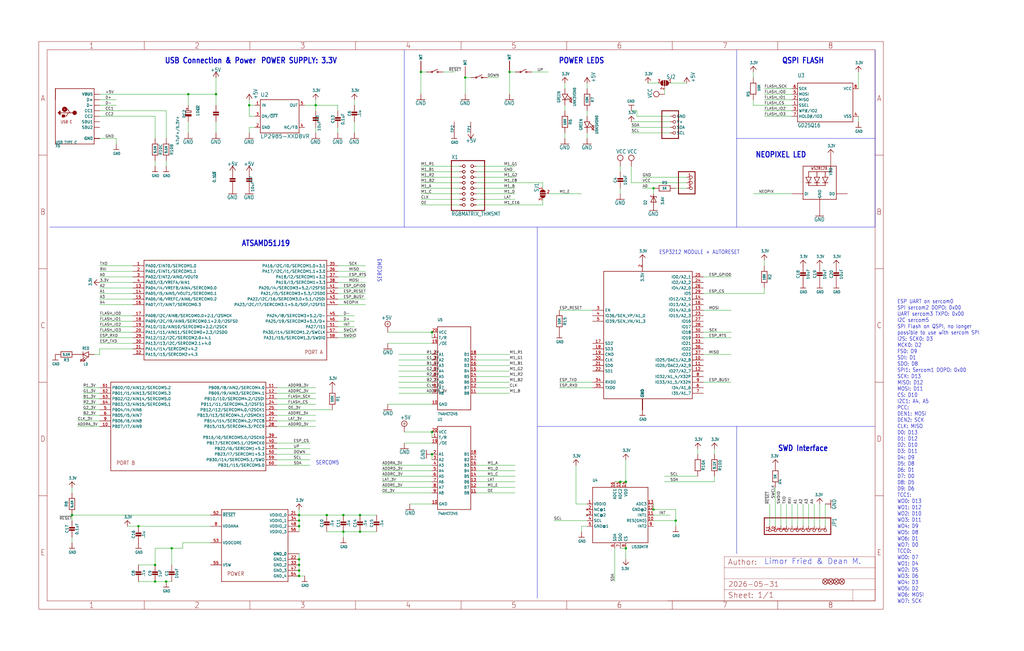
<source format=kicad_sch>
(kicad_sch (version 20230121) (generator eeschema)
  (paper "User" 469.621 298.602)
  (junction (at 233.68 33.02))
  (junction (at 78.74 251.46))
  (junction (at 299.72 233.68))
  (junction (at 149.86 236.22))
  (junction (at 71.12 259.08))
  (junction (at 165.1 243.84))
  (junction (at 193.04 33.02))
  (junction (at 33.02 236.22))
  (junction (at 137.16 259.08))
  (junction (at 137.16 264.16))
  (junction (at 137.16 236.22))
  (junction (at 198.12 208.28))
  (junction (at 86.36 43.18))
  (junction (at 99.06 43.18))
  (junction (at 299.72 86.36))
  (junction (at 137.16 238.76))
  (junction (at 144.78 48.26))
  (junction (at 198.12 152.4))
  (junction (at 287.02 220.98))
  (junction (at 287.02 251.46))
  (junction (at 76.2 266.7))
  (junction (at 157.48 236.22))
  (junction (at 165.1 236.22))
  (junction (at 157.48 243.84))
  (junction (at 114.3 48.26))
  (junction (at 284.48 220.98))
  (junction (at 309.88 238.76))
  (junction (at 137.16 261.62))
  (junction (at 71.12 266.7))
  (junction (at 137.16 256.54))
  (junction (at 213.36 35.56))
  (junction (at 137.16 241.3))
  (junction (at 63.5 241.3))
  (junction (at 198.12 198.12))
  (wire (pts (xy 363.22 241.3) (xy 363.22 231.14)) (stroke (width 0.1524)))
  (wire (pts (xy 259.08 60.96) (xy 259.08 63.5)) (stroke (width 0.1524)))
  (wire (pts (xy 76.2 50.8) (xy 76.2 63.5)) (stroke (width 0.1524)))
  (polyline (pts (xy 246.38 274.32) (xy 246.38 195.58)) (stroke (width 0.1524) (type solid)))
  (wire (pts (xy 45.72 43.18) (xy 86.36 43.18)) (stroke (width 0.1524)))
  (wire (pts (xy 127 190.5) (xy 144.78 190.5)) (stroke (width 0.1524)))
  (wire (pts (xy 154.94 149.86) (xy 162.56 149.86)) (stroke (width 0.1524)))
  (wire (pts (xy 218.44 88.9) (xy 236.22 88.9)) (stroke (width 0.1524)))
  (wire (pts (xy 60.96 137.16) (xy 45.72 137.16)) (stroke (width 0.1524)))
  (wire (pts (xy 137.16 236.22) (xy 149.86 236.22)) (stroke (width 0.1524)))
  (wire (pts (xy 320.04 208.28) (xy 320.04 205.74)) (stroke (width 0.1524)))
  (wire (pts (xy 154.94 132.08) (xy 167.64 132.08)) (stroke (width 0.1524)))
  (wire (pts (xy 307.34 53.34) (xy 292.1 53.34)) (stroke (width 0.1524)))
  (wire (pts (xy 299.72 238.76) (xy 309.88 238.76)) (stroke (width 0.1524)))
  (wire (pts (xy 213.36 35.56) (xy 213.36 43.18)) (stroke (width 0.1524)))
  (wire (pts (xy 60.96 154.94) (xy 45.72 154.94)) (stroke (width 0.1524)))
  (wire (pts (xy 43.18 162.56) (xy 45.72 162.56)) (stroke (width 0.1524)))
  (wire (pts (xy 198.12 170.18) (xy 182.88 170.18)) (stroke (width 0.1524)))
  (wire (pts (xy 71.12 266.7) (xy 76.2 266.7)) (stroke (width 0.1524)))
  (wire (pts (xy 373.38 241.3) (xy 373.38 231.14)) (stroke (width 0.1524)))
  (wire (pts (xy 96.52 236.22) (xy 33.02 236.22)) (stroke (width 0.1524)))
  (wire (pts (xy 45.72 50.8) (xy 76.2 50.8)) (stroke (width 0.1524)))
  (wire (pts (xy 218.44 83.82) (xy 248.92 83.82)) (stroke (width 0.1524)))
  (wire (pts (xy 218.44 223.52) (xy 236.22 223.52)) (stroke (width 0.1524)))
  (wire (pts (xy 149.86 236.22) (xy 157.48 236.22)) (stroke (width 0.1524)))
  (wire (pts (xy 154.94 152.4) (xy 162.56 152.4)) (stroke (width 0.1524)))
  (wire (pts (xy 45.72 190.5) (xy 38.1 190.5)) (stroke (width 0.1524)))
  (wire (pts (xy 198.12 177.8) (xy 182.88 177.8)) (stroke (width 0.1524)))
  (wire (pts (xy 71.12 73.66) (xy 71.12 76.2)) (stroke (width 0.1524)))
  (wire (pts (xy 215.9 35.56) (xy 213.36 35.56)) (stroke (width 0.1524)))
  (wire (pts (xy 60.96 134.62) (xy 45.72 134.62)) (stroke (width 0.1524)))
  (wire (pts (xy 289.56 55.88) (xy 307.34 55.88)) (stroke (width 0.1524)))
  (wire (pts (xy 71.12 266.7) (xy 63.5 266.7)) (stroke (width 0.1524)))
  (wire (pts (xy 236.22 76.2) (xy 218.44 76.2)) (stroke (width 0.1524)))
  (wire (pts (xy 368.3 241.3) (xy 368.3 231.14)) (stroke (width 0.1524)))
  (wire (pts (xy 271.78 175.26) (xy 256.54 175.26)) (stroke (width 0.1524)))
  (wire (pts (xy 198.12 226.06) (xy 175.26 226.06)) (stroke (width 0.1524)))
  (wire (pts (xy 182.88 175.26) (xy 198.12 175.26)) (stroke (width 0.1524)))
  (wire (pts (xy 299.72 88.9) (xy 299.72 86.36)) (stroke (width 0.1524)))
  (wire (pts (xy 127 187.96) (xy 152.4 187.96)) (stroke (width 0.1524)))
  (wire (pts (xy 198.12 180.34) (xy 182.88 180.34)) (stroke (width 0.1524)))
  (wire (pts (xy 259.08 38.1) (xy 259.08 40.64)) (stroke (width 0.1524)))
  (wire (pts (xy 154.94 137.16) (xy 167.64 137.16)) (stroke (width 0.1524)))
  (wire (pts (xy 345.44 35.56) (xy 345.44 33.02)) (stroke (width 0.1524)))
  (wire (pts (xy 264.16 231.14) (xy 264.16 213.36)) (stroke (width 0.1524)))
  (wire (pts (xy 45.72 180.34) (xy 38.1 180.34)) (stroke (width 0.1524)))
  (wire (pts (xy 363.22 53.34) (xy 350.52 53.34)) (stroke (width 0.1524)))
  (wire (pts (xy 154.94 124.46) (xy 167.64 124.46)) (stroke (width 0.1524)))
  (wire (pts (xy 127 210.82) (xy 142.24 210.82)) (stroke (width 0.1524)))
  (wire (pts (xy 233.68 165.1) (xy 218.44 165.1)) (stroke (width 0.1524)))
  (wire (pts (xy 269.24 238.76) (xy 254 238.76)) (stroke (width 0.1524)))
  (wire (pts (xy 157.48 243.84) (xy 165.1 243.84)) (stroke (width 0.1524)))
  (wire (pts (xy 363.22 40.64) (xy 350.52 40.64)) (stroke (width 0.1524)))
  (wire (pts (xy 198.12 208.28) (xy 198.12 210.82)) (stroke (width 0.1524)))
  (wire (pts (xy 78.74 266.7) (xy 76.2 266.7)) (stroke (width 0.1524)))
  (wire (pts (xy 355.6 223.52) (xy 355.6 241.3)) (stroke (width 0.1524)))
  (wire (pts (xy 127 205.74) (xy 142.24 205.74)) (stroke (width 0.1524)))
  (wire (pts (xy 269.24 231.14) (xy 264.16 231.14)) (stroke (width 0.1524)))
  (wire (pts (xy 198.12 167.64) (xy 182.88 167.64)) (stroke (width 0.1524)))
  (wire (pts (xy 114.3 58.42) (xy 114.3 60.96)) (stroke (width 0.1524)))
  (wire (pts (xy 360.68 231.14) (xy 360.68 241.3)) (stroke (width 0.1524)))
  (polyline (pts (xy 22.86 104.14) (xy 185.42 104.14)) (stroke (width 0.1524) (type solid)))
  (wire (pts (xy 193.04 33.02) (xy 195.58 33.02)) (stroke (width 0.1524)))
  (wire (pts (xy 198.12 213.36) (xy 175.26 213.36)) (stroke (width 0.1524)))
  (wire (pts (xy 322.58 127) (xy 335.28 127)) (stroke (width 0.1524)))
  (wire (pts (xy 33.02 248.92) (xy 33.02 246.38)) (stroke (width 0.1524)))
  (wire (pts (xy 210.82 76.2) (xy 193.04 76.2)) (stroke (width 0.1524)))
  (wire (pts (xy 363.22 88.9) (xy 345.44 88.9)) (stroke (width 0.1524)))
  (wire (pts (xy 60.96 147.32) (xy 45.72 147.32)) (stroke (width 0.1524)))
  (wire (pts (xy 299.72 233.68) (xy 309.88 233.68)) (stroke (width 0.1524)))
  (wire (pts (xy 375.92 241.3) (xy 375.92 231.14)) (stroke (width 0.1524)))
  (wire (pts (xy 45.72 187.96) (xy 38.1 187.96)) (stroke (width 0.1524)))
  (wire (pts (xy 33.02 223.52) (xy 33.02 226.06)) (stroke (width 0.1524)))
  (wire (pts (xy 218.44 218.44) (xy 236.22 218.44)) (stroke (width 0.1524)))
  (wire (pts (xy 193.04 93.98) (xy 210.82 93.98)) (stroke (width 0.1524)))
  (wire (pts (xy 327.66 220.98) (xy 327.66 218.44)) (stroke (width 0.1524)))
  (wire (pts (xy 345.44 48.26) (xy 363.22 48.26)) (stroke (width 0.1524)))
  (wire (pts (xy 114.3 48.26) (xy 116.84 48.26)) (stroke (width 0.1524)))
  (wire (pts (xy 127 182.88) (xy 144.78 182.88)) (stroke (width 0.1524)))
  (wire (pts (xy 116.84 53.34) (xy 114.3 53.34)) (stroke (width 0.1524)))
  (wire (pts (xy 78.74 251.46) (xy 71.12 251.46)) (stroke (width 0.1524)))
  (wire (pts (xy 322.58 142.24) (xy 335.28 142.24)) (stroke (width 0.1524)))
  (wire (pts (xy 236.22 86.36) (xy 218.44 86.36)) (stroke (width 0.1524)))
  (wire (pts (xy 99.06 43.18) (xy 99.06 48.26)) (stroke (width 0.1524)))
  (wire (pts (xy 83.82 248.92) (xy 83.82 251.46)) (stroke (width 0.1524)))
  (wire (pts (xy 284.48 78.74) (xy 284.48 76.2)) (stroke (width 0.1524)))
  (wire (pts (xy 233.68 170.18) (xy 218.44 170.18)) (stroke (width 0.1524)))
  (wire (pts (xy 322.58 154.94) (xy 335.28 154.94)) (stroke (width 0.1524)))
  (wire (pts (xy 177.8 185.42) (xy 198.12 185.42)) (stroke (width 0.1524)))
  (wire (pts (xy 289.56 83.82) (xy 289.56 76.2)) (stroke (width 0.1524)))
  (wire (pts (xy 233.68 167.64) (xy 218.44 167.64)) (stroke (width 0.1524)))
  (wire (pts (xy 193.04 33.02) (xy 193.04 43.18)) (stroke (width 0.1524)))
  (wire (pts (xy 63.5 241.3) (xy 96.52 241.3)) (stroke (width 0.1524)))
  (wire (pts (xy 139.7 264.16) (xy 137.16 264.16)) (stroke (width 0.1524)))
  (wire (pts (xy 256.54 177.8) (xy 271.78 177.8)) (stroke (width 0.1524)))
  (wire (pts (xy 218.44 226.06) (xy 236.22 226.06)) (stroke (width 0.1524)))
  (wire (pts (xy 86.36 43.18) (xy 86.36 48.26)) (stroke (width 0.1524)))
  (wire (pts (xy 71.12 53.34) (xy 71.12 63.5)) (stroke (width 0.1524)))
  (wire (pts (xy 393.7 33.02) (xy 393.7 40.64)) (stroke (width 0.1524)))
  (wire (pts (xy 154.94 144.78) (xy 162.56 144.78)) (stroke (width 0.1524)))
  (wire (pts (xy 281.94 220.98) (xy 284.48 220.98)) (stroke (width 0.1524)))
  (wire (pts (xy 137.16 261.62) (xy 137.16 264.16)) (stroke (width 0.1524)))
  (wire (pts (xy 198.12 154.94) (xy 198.12 152.4)) (stroke (width 0.1524)))
  (wire (pts (xy 299.72 231.14) (xy 299.72 233.68)) (stroke (width 0.1524)))
  (wire (pts (xy 218.44 162.56) (xy 233.68 162.56)) (stroke (width 0.1524)))
  (wire (pts (xy 307.34 38.1) (xy 314.96 38.1)) (stroke (width 0.1524)))
  (wire (pts (xy 287.02 251.46) (xy 287.02 256.54)) (stroke (width 0.1524)))
  (polyline (pts (xy 337.82 63.5) (xy 401.32 63.5)) (stroke (width 0.1524) (type solid)))
  (wire (pts (xy 45.72 45.72) (xy 53.34 45.72)) (stroke (width 0.1524)))
  (wire (pts (xy 177.8 157.48) (xy 198.12 157.48)) (stroke (width 0.1524)))
  (wire (pts (xy 154.94 127) (xy 167.64 127)) (stroke (width 0.1524)))
  (polyline (pts (xy 401.32 63.5) (xy 401.32 104.14)) (stroke (width 0.1524) (type solid)))
  (wire (pts (xy 350.52 43.18) (xy 363.22 43.18)) (stroke (width 0.1524)))
  (wire (pts (xy 45.72 160.02) (xy 45.72 162.56)) (stroke (width 0.1524)))
  (wire (pts (xy 137.16 259.08) (xy 137.16 261.62)) (stroke (width 0.1524)))
  (polyline (pts (xy 337.82 22.86) (xy 337.82 63.5)) (stroke (width 0.1524) (type solid)))
  (wire (pts (xy 127 203.2) (xy 142.24 203.2)) (stroke (width 0.1524)))
  (wire (pts (xy 327.66 205.74) (xy 327.66 208.28)) (stroke (width 0.1524)))
  (wire (pts (xy 127 195.58) (xy 144.78 195.58)) (stroke (width 0.1524)))
  (wire (pts (xy 45.72 193.04) (xy 35.56 193.04)) (stroke (width 0.1524)))
  (wire (pts (xy 210.82 91.44) (xy 193.04 91.44)) (stroke (width 0.1524)))
  (wire (pts (xy 45.72 157.48) (xy 60.96 157.48)) (stroke (width 0.1524)))
  (polyline (pts (xy 337.82 195.58) (xy 337.82 254)) (stroke (width 0.1524) (type solid)))
  (wire (pts (xy 154.94 58.42) (xy 154.94 60.96)) (stroke (width 0.1524)))
  (wire (pts (xy 218.44 172.72) (xy 233.68 172.72)) (stroke (width 0.1524)))
  (wire (pts (xy 248.92 83.82) (xy 248.92 86.36)) (stroke (width 0.1524)))
  (wire (pts (xy 314.96 81.28) (xy 294.64 81.28)) (stroke (width 0.1524)))
  (wire (pts (xy 60.96 124.46) (xy 45.72 124.46)) (stroke (width 0.1524)))
  (wire (pts (xy 175.26 220.98) (xy 198.12 220.98)) (stroke (width 0.1524)))
  (wire (pts (xy 350.52 121.92) (xy 350.52 119.38)) (stroke (width 0.1524)))
  (wire (pts (xy 162.56 55.88) (xy 162.56 60.96)) (stroke (width 0.1524)))
  (wire (pts (xy 127 213.36) (xy 142.24 213.36)) (stroke (width 0.1524)))
  (polyline (pts (xy 246.38 195.58) (xy 246.38 104.14)) (stroke (width 0.1524) (type solid)))
  (wire (pts (xy 198.12 162.56) (xy 182.88 162.56)) (stroke (width 0.1524)))
  (polyline (pts (xy 401.32 22.86) (xy 401.32 63.5)) (stroke (width 0.1524) (type solid)))
  (wire (pts (xy 154.94 129.54) (xy 167.64 129.54)) (stroke (width 0.1524)))
  (wire (pts (xy 223.52 35.56) (xy 228.6 35.56)) (stroke (width 0.1524)))
  (wire (pts (xy 307.34 58.42) (xy 289.56 58.42)) (stroke (width 0.1524)))
  (wire (pts (xy 236.22 220.98) (xy 218.44 220.98)) (stroke (width 0.1524)))
  (wire (pts (xy 175.26 218.44) (xy 198.12 218.44)) (stroke (width 0.1524)))
  (wire (pts (xy 233.68 180.34) (xy 218.44 180.34)) (stroke (width 0.1524)))
  (wire (pts (xy 162.56 48.26) (xy 162.56 45.72)) (stroke (width 0.1524)))
  (wire (pts (xy 299.72 86.36) (xy 294.64 86.36)) (stroke (width 0.1524)))
  (wire (pts (xy 198.12 223.52) (xy 175.26 223.52)) (stroke (width 0.1524)))
  (wire (pts (xy 203.2 33.02) (xy 208.28 33.02)) (stroke (width 0.1524)))
  (wire (pts (xy 259.08 50.8) (xy 259.08 48.26)) (stroke (width 0.1524)))
  (wire (pts (xy 304.8 218.44) (xy 320.04 218.44)) (stroke (width 0.1524)))
  (wire (pts (xy 193.04 83.82) (xy 210.82 83.82)) (stroke (width 0.1524)))
  (wire (pts (xy 137.16 243.84) (xy 137.16 241.3)) (stroke (width 0.1524)))
  (wire (pts (xy 60.96 152.4) (xy 45.72 152.4)) (stroke (width 0.1524)))
  (polyline (pts (xy 337.82 63.5) (xy 337.82 104.14)) (stroke (width 0.1524) (type solid)))
  (wire (pts (xy 127 180.34) (xy 144.78 180.34)) (stroke (width 0.1524)))
  (polyline (pts (xy 401.32 195.58) (xy 337.82 195.58)) (stroke (width 0.1524) (type solid)))
  (wire (pts (xy 322.58 134.62) (xy 350.52 134.62)) (stroke (width 0.1524)))
  (wire (pts (xy 370.84 241.3) (xy 370.84 231.14)) (stroke (width 0.1524)))
  (wire (pts (xy 233.68 33.02) (xy 233.68 43.18)) (stroke (width 0.1524)))
  (wire (pts (xy 86.36 55.88) (xy 86.36 60.96)) (stroke (width 0.1524)))
  (polyline (pts (xy 246.38 104.14) (xy 185.42 104.14)) (stroke (width 0.1524) (type solid)))
  (wire (pts (xy 157.48 246.38) (xy 157.48 243.84)) (stroke (width 0.1524)))
  (wire (pts (xy 236.22 33.02) (xy 233.68 33.02)) (stroke (width 0.1524)))
  (wire (pts (xy 137.16 236.22) (xy 137.16 238.76)) (stroke (width 0.1524)))
  (wire (pts (xy 86.36 43.18) (xy 99.06 43.18)) (stroke (width 0.1524)))
  (wire (pts (xy 45.72 177.8) (xy 38.1 177.8)) (stroke (width 0.1524)))
  (wire (pts (xy 322.58 162.56) (xy 335.28 162.56)) (stroke (width 0.1524)))
  (wire (pts (xy 248.92 91.44) (xy 248.92 93.98)) (stroke (width 0.1524)))
  (wire (pts (xy 45.72 121.92) (xy 60.96 121.92)) (stroke (width 0.1524)))
  (wire (pts (xy 322.58 175.26) (xy 335.28 175.26)) (stroke (width 0.1524)))
  (wire (pts (xy 193.04 78.74) (xy 210.82 78.74)) (stroke (width 0.1524)))
  (wire (pts (xy 314.96 86.36) (xy 309.88 86.36)) (stroke (width 0.1524)))
  (wire (pts (xy 58.42 241.3) (xy 63.5 241.3)) (stroke (width 0.1524)))
  (wire (pts (xy 137.16 254) (xy 137.16 256.54)) (stroke (width 0.1524)))
  (wire (pts (xy 60.96 127) (xy 45.72 127)) (stroke (width 0.1524)))
  (wire (pts (xy 309.88 238.76) (xy 309.88 241.3)) (stroke (width 0.1524)))
  (wire (pts (xy 289.56 60.96) (xy 307.34 60.96)) (stroke (width 0.1524)))
  (wire (pts (xy 251.46 88.9) (xy 266.7 88.9)) (stroke (width 0.1524)))
  (wire (pts (xy 284.48 220.98) (xy 287.02 220.98)) (stroke (width 0.1524)))
  (wire (pts (xy 185.42 198.12) (xy 198.12 198.12)) (stroke (width 0.1524)))
  (wire (pts (xy 127 177.8) (xy 144.78 177.8)) (stroke (width 0.1524)))
  (wire (pts (xy 353.06 241.3) (xy 353.06 231.14)) (stroke (width 0.1524)))
  (wire (pts (xy 187.96 231.14) (xy 198.12 231.14)) (stroke (width 0.1524)))
  (wire (pts (xy 271.78 142.24) (xy 256.54 142.24)) (stroke (width 0.1524)))
  (wire (pts (xy 71.12 251.46) (xy 71.12 259.08)) (stroke (width 0.1524)))
  (wire (pts (xy 378.46 241.3) (xy 378.46 231.14)) (stroke (width 0.1524)))
  (wire (pts (xy 287.02 220.98) (xy 287.02 210.82)) (stroke (width 0.1524)))
  (wire (pts (xy 53.34 63.5) (xy 53.34 66.04)) (stroke (width 0.1524)))
  (wire (pts (xy 154.94 139.7) (xy 167.64 139.7)) (stroke (width 0.1524)))
  (wire (pts (xy 139.7 48.26) (xy 144.78 48.26)) (stroke (width 0.1524)))
  (wire (pts (xy 236.22 81.28) (xy 218.44 81.28)) (stroke (width 0.1524)))
  (wire (pts (xy 363.22 50.8) (xy 350.52 50.8)) (stroke (width 0.1524)))
  (wire (pts (xy 177.8 152.4) (xy 198.12 152.4)) (stroke (width 0.1524)))
  (wire (pts (xy 114.3 53.34) (xy 114.3 48.26)) (stroke (width 0.1524)))
  (wire (pts (xy 154.94 147.32) (xy 162.56 147.32)) (stroke (width 0.1524)))
  (wire (pts (xy 243.84 33.02) (xy 251.46 33.02)) (stroke (width 0.1524)))
  (wire (pts (xy 218.44 93.98) (xy 248.92 93.98)) (stroke (width 0.1524)))
  (wire (pts (xy 292.1 50.8) (xy 289.56 50.8)) (stroke (width 0.1524)))
  (wire (pts (xy 299.72 236.22) (xy 307.34 236.22)) (stroke (width 0.1524)))
  (wire (pts (xy 269.24 63.5) (xy 269.24 60.96)) (stroke (width 0.1524)))
  (wire (pts (xy 281.94 251.46) (xy 281.94 266.7)) (stroke (width 0.1524)))
  (wire (pts (xy 284.48 88.9) (xy 284.48 86.36)) (stroke (width 0.1524)))
  (wire (pts (xy 33.02 238.76) (xy 33.02 236.22)) (stroke (width 0.1524)))
  (wire (pts (xy 345.44 45.72) (xy 345.44 48.26)) (stroke (width 0.1524)))
  (wire (pts (xy 149.86 243.84) (xy 157.48 243.84)) (stroke (width 0.1524)))
  (polyline (pts (xy 337.82 104.14) (xy 246.38 104.14)) (stroke (width 0.1524) (type solid)))
  (wire (pts (xy 182.88 165.1) (xy 198.12 165.1)) (stroke (width 0.1524)))
  (wire (pts (xy 137.16 233.68) (xy 137.16 236.22)) (stroke (width 0.1524)))
  (wire (pts (xy 53.34 63.5) (xy 45.72 63.5)) (stroke (width 0.1524)))
  (wire (pts (xy 99.06 43.18) (xy 99.06 35.56)) (stroke (width 0.1524)))
  (wire (pts (xy 269.24 40.64) (xy 269.24 38.1)) (stroke (width 0.1524)))
  (wire (pts (xy 210.82 81.28) (xy 193.04 81.28)) (stroke (width 0.1524)))
  (wire (pts (xy 45.72 195.58) (xy 35.56 195.58)) (stroke (width 0.1524)))
  (wire (pts (xy 60.96 129.54) (xy 45.72 129.54)) (stroke (width 0.1524)))
  (wire (pts (xy 304.8 43.18) (xy 304.8 40.64)) (stroke (width 0.1524)))
  (wire (pts (xy 172.72 236.22) (xy 165.1 236.22)) (stroke (width 0.1524)))
  (wire (pts (xy 165.1 243.84) (xy 172.72 243.84)) (stroke (width 0.1524)))
  (wire (pts (xy 127 185.42) (xy 144.78 185.42)) (stroke (width 0.1524)))
  (wire (pts (xy 144.78 45.72) (xy 144.78 48.26)) (stroke (width 0.1524)))
  (wire (pts (xy 60.96 149.86) (xy 45.72 149.86)) (stroke (width 0.1524)))
  (wire (pts (xy 218.44 78.74) (xy 236.22 78.74)) (stroke (width 0.1524)))
  (wire (pts (xy 365.76 241.3) (xy 365.76 231.14)) (stroke (width 0.1524)))
  (wire (pts (xy 193.04 88.9) (xy 210.82 88.9)) (stroke (width 0.1524)))
  (wire (pts (xy 236.22 91.44) (xy 218.44 91.44)) (stroke (width 0.1524)))
  (wire (pts (xy 144.78 58.42) (xy 144.78 60.96)) (stroke (width 0.1524)))
  (wire (pts (xy 292.1 53.34) (xy 292.1 50.8)) (stroke (width 0.1524)))
  (polyline (pts (xy 337.82 104.14) (xy 401.32 104.14)) (stroke (width 0.1524) (type solid)))
  (wire (pts (xy 198.12 215.9) (xy 175.26 215.9)) (stroke (width 0.1524)))
  (wire (pts (xy 45.72 182.88) (xy 38.1 182.88)) (stroke (width 0.1524)))
  (wire (pts (xy 127 193.04) (xy 144.78 193.04)) (stroke (width 0.1524)))
  (wire (pts (xy 76.2 76.2) (xy 76.2 73.66)) (stroke (width 0.1524)))
  (polyline (pts (xy 337.82 195.58) (xy 246.38 195.58)) (stroke (width 0.1524) (type solid)))
  (wire (pts (xy 137.16 241.3) (xy 137.16 238.76)) (stroke (width 0.1524)))
  (wire (pts (xy 393.7 55.88) (xy 393.7 53.34)) (stroke (width 0.1524)))
  (wire (pts (xy 144.78 48.26) (xy 154.94 48.26)) (stroke (width 0.1524)))
  (wire (pts (xy 218.44 177.8) (xy 233.68 177.8)) (stroke (width 0.1524)))
  (wire (pts (xy 304.8 220.98) (xy 327.66 220.98)) (stroke (width 0.1524)))
  (wire (pts (xy 60.96 160.02) (xy 45.72 160.02)) (stroke (width 0.1524)))
  (wire (pts (xy 210.82 86.36) (xy 193.04 86.36)) (stroke (width 0.1524)))
  (wire (pts (xy 322.58 152.4) (xy 335.28 152.4)) (stroke (width 0.1524)))
  (wire (pts (xy 144.78 48.26) (xy 144.78 50.8)) (stroke (width 0.1524)))
  (wire (pts (xy 266.7 241.3) (xy 266.7 243.84)) (stroke (width 0.1524)))
  (polyline (pts (xy 185.42 104.14) (xy 185.42 22.86)) (stroke (width 0.1524) (type solid)))
  (wire (pts (xy 269.24 241.3) (xy 266.7 241.3)) (stroke (width 0.1524)))
  (wire (pts (xy 284.48 251.46) (xy 287.02 251.46)) (stroke (width 0.1524)))
  (wire (pts (xy 198.12 200.66) (xy 198.12 198.12)) (stroke (width 0.1524)))
  (wire (pts (xy 358.14 241.3) (xy 358.14 231.14)) (stroke (width 0.1524)))
  (wire (pts (xy 78.74 251.46) (xy 78.74 259.08)) (stroke (width 0.1524)))
  (wire (pts (xy 114.3 45.72) (xy 114.3 48.26)) (stroke (width 0.1524)))
  (wire (pts (xy 63.5 259.08) (xy 71.12 259.08)) (stroke (width 0.1524)))
  (wire (pts (xy 198.12 172.72) (xy 182.88 172.72)) (stroke (width 0.1524)))
  (wire (pts (xy 154.94 121.92) (xy 167.64 121.92)) (stroke (width 0.1524)))
  (wire (pts (xy 60.96 132.08) (xy 45.72 132.08)) (stroke (width 0.1524)))
  (wire (pts (xy 116.84 58.42) (xy 114.3 58.42)) (stroke (width 0.1524)))
  (wire (pts (xy 83.82 251.46) (xy 78.74 251.46)) (stroke (width 0.1524)))
  (wire (pts (xy 60.96 144.78) (xy 45.72 144.78)) (stroke (width 0.1524)))
  (wire (pts (xy 45.72 53.34) (xy 71.12 53.34)) (stroke (width 0.1524)))
  (wire (pts (xy 269.24 53.34) (xy 269.24 50.8)) (stroke (width 0.1524)))
  (wire (pts (xy 350.52 132.08) (xy 350.52 134.62)) (stroke (width 0.1524)))
  (wire (pts (xy 185.42 203.2) (xy 198.12 203.2)) (stroke (width 0.1524)))
  (wire (pts (xy 218.44 213.36) (xy 236.22 213.36)) (stroke (width 0.1524)))
  (wire (pts (xy 45.72 185.42) (xy 38.1 185.42)) (stroke (width 0.1524)))
  (wire (pts (xy 289.56 83.82) (xy 314.96 83.82)) (stroke (width 0.1524)))
  (wire (pts (xy 45.72 48.26) (xy 53.34 48.26)) (stroke (width 0.1524)))
  (wire (pts (xy 236.22 215.9) (xy 218.44 215.9)) (stroke (width 0.1524)))
  (wire (pts (xy 154.94 48.26) (xy 154.94 50.8)) (stroke (width 0.1524)))
  (wire (pts (xy 233.68 175.26) (xy 218.44 175.26)) (stroke (width 0.1524)))
  (wire (pts (xy 96.52 248.92) (xy 83.82 248.92)) (stroke (width 0.1524)))
  (wire (pts (xy 363.22 45.72) (xy 350.52 45.72)) (stroke (width 0.1524)))
  (wire (pts (xy 157.48 236.22) (xy 165.1 236.22)) (stroke (width 0.1524)))
  (wire (pts (xy 309.88 233.68) (xy 309.88 238.76)) (stroke (width 0.1524)))
  (wire (pts (xy 154.94 134.62) (xy 167.64 134.62)) (stroke (width 0.1524)))
  (wire (pts (xy 302.26 38.1) (xy 297.18 38.1)) (stroke (width 0.1524)))
  (wire (pts (xy 154.94 154.94) (xy 162.56 154.94)) (stroke (width 0.1524)))
  (wire (pts (xy 137.16 256.54) (xy 137.16 259.08)) (stroke (width 0.1524)))
  (wire (pts (xy 60.96 139.7) (xy 45.72 139.7)) (stroke (width 0.1524)))
  (wire (pts (xy 99.06 55.88) (xy 99.06 60.96)) (stroke (width 0.1524)))
  (wire (pts (xy 127 208.28) (xy 142.24 208.28)) (stroke (width 0.1524)))
  (text "ATSAMD51J19" (at 121.92 111.76 0) (effects (font (size 2.54 2.159) (thickness 0.4318) bold)))
  (text "Limor Fried & Dean M." (at 350.52 259.08 0) (effects (font (size 2.54 2.54)) (justify left bottom)))
  (text "ESP UART on sercom0\nSPI sercom2 DOPO: 0x00\nUART sercom3 TXPO: 0x00\nI2C sercom5\nSPI Flash on QSPI, no longer\npossible to use with sercom SPI\nI2S: SCK0: D3\nMCK0: D2\nFS0: D9\nSDI: D1\nSDO: D8\nSPI1: Sercom1 DOPO: 0x00\nSCK: D13\nMISO: D12\nMOSI: D11\nCS: D10\nI2C1: A4, A5\nPCC:\nDEN1: MOSI\nDEN2: SCK\nCLK: MISO\nD0: D13\nD1: D12\nD2: D10\nD3: D11\nD4: D9\nD5: D8\nD6: D1\nD7: D0\nD8: D5\nD9: D6\nTCC1:\nWO0: D13\nWO1: D12\nWO2: D10\nWO3: D11\nWO4: D9\nWO5: D8\nWO6: D1\nWO7: D0\nTCC0:\nWO0: D7\nWO1: D4\nWO2: D5\nWO3: D6\nWO4: D3\nWO5: D2\nWO6: MOSI\nWO7: SCK\n" (at 411.48 276.86 0) (effects (font (size 1.778 1.5113)) (justify left bottom)))
  (text "POWER SUPPLY: 3.3V" (at 137.16 27.94 0) (effects (font (size 2.54 2.159) (thickness 0.4318) bold)))
  (text "SERCOM3" (at 175.26 129.54 90) (effects (font (size 1.778 1.5113)) (justify left bottom)))
  (text "ESP3212 MODULE + AUTORESET" (at 302.26 116.84 0) (effects (font (size 1.778 1.5113)) (justify left bottom)))
  (text "SWD Interface" (at 368.3 205.74 0) (effects (font (size 2.54 2.159) (thickness 0.4318) bold)))
  (text "USB Connection & Power" (at 96.52 27.94 0) (effects (font (size 2.54 2.159) (thickness 0.4318) bold)))
  (text "SERCOM5" (at 144.78 213.36 0) (effects (font (size 1.778 1.5113)) (justify left bottom)))
  (text "NEOPIXEL LED" (at 358.14 71.12 0) (effects (font (size 2.54 2.159) (thickness 0.4318) bold)))
  (text "QSPI FLASH" (at 368.3 27.94 0) (effects (font (size 2.54 2.159) (thickness 0.4318) bold)))
  (text "POWER LEDS" (at 266.7 27.94 0) (effects (font (size 2.54 2.159) (thickness 0.4318) bold)))
  (label "A2" (at 45.72 132.08 0) (effects (font (size 1.2446 1.2446))))
  (label "ADDRD_3V" (at 175.26 215.9 0) (effects (font (size 1.2446 1.2446))))
  (label "R1_3V" (at 195.58 162.56 0) (effects (font (size 1.2446 1.2446))))
  (label "M1_E16" (at 231.14 93.98 0) (effects (font (size 1.2446 1.2446))))
  (label "A3" (at 45.72 137.16 0) (effects (font (size 1.2446 1.2446))))
  (label "RXI" (at 363.22 231.14 90) (effects (font (size 1.2446 1.2446))))
  (label "FLASH_IO1" (at 45.72 147.32 0) (effects (font (size 1.2446 1.2446))))
  (label "GND" (at 294.64 81.28 0) (effects (font (size 1.2446 1.2446))))
  (label "ADDRB_3V" (at 195.58 180.34 0) (effects (font (size 1.2446 1.2446))))
  (label "SWDIO" (at 358.14 231.14 90) (effects (font (size 1.2446 1.2446))))
  (label "ADDRE_3V" (at 175.26 223.52 0) (effects (font (size 1.2446 1.2446))))
  (label "ADDRC_3V" (at 175.26 218.44 0) (effects (font (size 1.2446 1.2446))))
  (label "G2_3V" (at 195.58 170.18 0) (effects (font (size 1.2446 1.2446))))
  (label "ADDRB_3V" (at 132.08 177.8 0) (effects (font (size 1.2446 1.2446))))
  (label "FLASH_IO3" (at 45.72 152.4 0) (effects (font (size 1.2446 1.2446))))
  (label "M1_G2" (at 233.68 170.18 0) (effects (font (size 1.2446 1.2446))))
  (label "M1_A" (at 193.04 86.36 0) (effects (font (size 1.2446 1.2446))))
  (label "UP" (at 134.62 205.74 0) (effects (font (size 1.2446 1.2446))))
  (label "G1_3V" (at 38.1 180.34 0) (effects (font (size 1.2446 1.2446))))
  (label "INT" (at 302.26 236.22 0) (effects (font (size 1.2446 1.2446))))
  (label "MISO" (at 325.12 162.56 0) (effects (font (size 1.2446 1.2446))))
  (label "A4" (at 373.38 231.14 90) (effects (font (size 1.2446 1.2446))))
  (label "SDA" (at 307.34 220.98 0) (effects (font (size 1.2446 1.2446))))
  (label "LAT" (at 231.14 91.44 0) (effects (font (size 1.2446 1.2446))))
  (label "SCL" (at 307.34 218.44 0) (effects (font (size 1.2446 1.2446))))
  (label "FLASH_IO3" (at 350.52 53.34 0) (effects (font (size 1.2446 1.2446))))
  (label "M1_C" (at 193.04 88.9 0) (effects (font (size 1.2446 1.2446))))
  (label "SCL" (at 289.56 60.96 0) (effects (font (size 1.2446 1.2446))))
  (label "MOSI" (at 325.12 142.24 0) (effects (font (size 1.2446 1.2446))))
  (label "A2" (at 368.3 231.14 90) (effects (font (size 1.2446 1.2446))))
  (label "M1_R1" (at 193.04 76.2 0) (effects (font (size 1.2446 1.2446))))
  (label "M1_A" (at 223.52 213.36 0) (effects (font (size 1.2446 1.2446))))
  (label "D+" (at 157.48 147.32 0) (effects (font (size 1.2446 1.2446))))
  (label "OE_3V" (at 132.08 187.96 0) (effects (font (size 1.2446 1.2446))))
  (label "ESP_BUSY" (at 325.12 175.26 0) (effects (font (size 1.2446 1.2446))))
  (label "ESP_BUSY" (at 157.48 137.16 0) (effects (font (size 1.2446 1.2446))))
  (label "R2_3V" (at 38.1 185.42 0) (effects (font (size 1.2446 1.2446))))
  (label "RXI" (at 45.72 124.46 0) (effects (font (size 1.2446 1.2446))))
  (label "LAT_3V" (at 175.26 220.98 0) (effects (font (size 1.2446 1.2446))))
  (label "A1" (at 45.72 134.62 0) (effects (font (size 1.2446 1.2446))))
  (label "ESP_GPIO0" (at 325.12 127 0) (effects (font (size 1.2446 1.2446))))
  (label "~{RESET}" (at 353.06 231.14 90) (effects (font (size 1.2446 1.2446))))
  (label "SDA" (at 134.62 213.36 0) (effects (font (size 1.2446 1.2446))))
  (label "FLASH_CS" (at 132.08 185.42 0) (effects (font (size 1.2446 1.2446))))
  (label "M1_B2" (at 233.68 175.26 0) (effects (font (size 1.2446 1.2446))))
  (label "ESP_TXD" (at 256.54 175.26 0) (effects (font (size 1.2446 1.2446))))
  (label "CLK" (at 193.04 91.44 0) (effects (font (size 1.2446 1.2446))))
  (label "SWDIO" (at 157.48 154.94 0) (effects (font (size 1.2446 1.2446))))
  (label "CLK" (at 233.68 177.8 0) (effects (font (size 1.2446 1.2446))))
  (label "FLASH_IO2" (at 45.72 149.86 0) (effects (font (size 1.2446 1.2446))))
  (label "B2_3V" (at 38.1 190.5 0) (effects (font (size 1.2446 1.2446))))
  (label "GND" (at 48.26 63.5 0) (effects (font (size 1.2446 1.2446))))
  (label "SDA" (at 289.56 58.42 0) (effects (font (size 1.2446 1.2446))))
  (label "SDA" (at 281.94 266.7 90) (effects (font (size 1.2446 1.2446))))
  (label "M1_R2" (at 193.04 81.28 0) (effects (font (size 1.2446 1.2446))))
  (label "M1_R2" (at 233.68 172.72 0) (effects (font (size 1.2446 1.2446))))
  (label "ESP_RXD" (at 45.72 154.94 0) (effects (font (size 1.2446 1.2446))))
  (label "FLASH_SCK" (at 350.52 40.64 0) (effects (font (size 1.2446 1.2446))))
  (label "NEOPIX" (at 157.48 139.7 0) (effects (font (size 1.2446 1.2446))))
  (label "+5V" (at 48.26 43.18 0) (effects (font (size 1.2446 1.2446))))
  (label "M1_G2" (at 231.14 81.28 0) (effects (font (size 1.2446 1.2446))))
  (label "M1_B2" (at 193.04 83.82 0) (effects (font (size 1.2446 1.2446))))
  (label "LAT_3V" (at 132.08 193.04 0) (effects (font (size 1.2446 1.2446))))
  (label "D-" (at 157.48 144.78 0) (effects (font (size 1.2446 1.2446))))
  (label "R1_3V" (at 38.1 177.8 0) (effects (font (size 1.2446 1.2446))))
  (label "GND" (at 231.14 78.74 0) (effects (font (size 1.2446 1.2446))))
  (label "SCK" (at 325.12 152.4 0) (effects (font (size 1.2446 1.2446))))
  (label "ADDRA_3V" (at 35.56 195.58 0) (effects (font (size 1.2446 1.2446))))
  (label "A0" (at 45.72 127 0) (effects (font (size 1.2446 1.2446))))
  (label "ESP_CS" (at 134.62 203.2 0) (effects (font (size 1.2446 1.2446))))
  (label "MISO" (at 160.02 124.46 0) (effects (font (size 1.2446 1.2446))))
  (label "A1" (at 365.76 231.14 90) (effects (font (size 1.2446 1.2446))))
  (label "~{RESET}" (at 205.74 33.02 0) (effects (font (size 1.2446 1.2446))))
  (label "ADDRC_3V" (at 132.08 180.34 0) (effects (font (size 1.2446 1.2446))))
  (label "UP" (at 246.38 33.02 0) (effects (font (size 1.2446 1.2446))))
  (label "ADDRD_3V" (at 132.08 195.58 0) (effects (font (size 1.2446 1.2446))))
  (label "FLASH_CS" (at 350.52 48.26 0) (effects (font (size 1.2446 1.2446))))
  (label "M1_B1" (at 233.68 167.64 0) (effects (font (size 1.2446 1.2446))))
  (label "ESP_RTS" (at 325.12 154.94 0) (effects (font (size 1.2446 1.2446))))
  (label "R2_3V" (at 195.58 172.72 0) (effects (font (size 1.2446 1.2446))))
  (label "3.3V" (at 45.72 129.54 0) (effects (font (size 1.2446 1.2446))))
  (label "M1_D" (at 223.52 215.9 0) (effects (font (size 1.2446 1.2446))))
  (label "G1_3V" (at 195.58 165.1 0) (effects (font (size 1.2446 1.2446))))
  (label "D-" (at 48.26 48.26 0) (effects (font (size 1.2446 1.2446))))
  (label "M1_E" (at 256.54 88.9 0) (effects (font (size 1.2446 1.2446))))
  (label "M1_E8" (at 231.14 83.82 0) (effects (font (size 1.2446 1.2446))))
  (label "FLASH_IO1" (at 350.52 45.72 0) (effects (font (size 1.2446 1.2446))))
  (label "NEOPIX" (at 347.98 88.9 0) (effects (font (size 1.2446 1.2446))))
  (label "SCK" (at 160.02 121.92 0) (effects (font (size 1.2446 1.2446))))
  (label "ESP_TXD" (at 45.72 157.48 0) (effects (font (size 1.2446 1.2446))))
  (label "ESP_GPIO0" (at 157.48 132.08 0) (effects (font (size 1.2446 1.2446))))
  (label "ESP_RTS" (at 160.02 127 0) (effects (font (size 1.2446 1.2446))))
  (label "B1_3V" (at 195.58 167.64 0) (effects (font (size 1.2446 1.2446))))
  (label "SCL" (at 254 238.76 0) (effects (font (size 1.2446 1.2446))))
  (label "CLK_3V" (at 35.56 193.04 0) (effects (font (size 1.2446 1.2446))))
  (label "DOWN" (at 134.62 208.28 0) (effects (font (size 1.2446 1.2446))))
  (label "OE" (at 223.52 226.06 0) (effects (font (size 1.2446 1.2446))))
  (label "MOSI" (at 160.02 129.54 0) (effects (font (size 1.2446 1.2446))))
  (label "~{RESET}" (at 33.02 238.76 180) (effects (font (size 1.2446 1.2446))))
  (label "OE_3V" (at 175.26 226.06 0) (effects (font (size 1.2446 1.2446))))
  (label "OE" (at 193.04 93.98 0) (effects (font (size 1.2446 1.2446))))
  (label "ADDRA_3V" (at 175.26 213.36 0) (effects (font (size 1.2446 1.2446))))
  (label "FLASH_SCK" (at 132.08 182.88 0) (effects (font (size 1.2446 1.2446))))
  (label "ESP_RESET" (at 157.48 134.62 0) (effects (font (size 1.2446 1.2446))))
  (label "FLASH_IO2" (at 350.52 50.8 0) (effects (font (size 1.2446 1.2446))))
  (label "B1_3V" (at 38.1 182.88 0) (effects (font (size 1.2446 1.2446))))
  (label "D+" (at 48.26 45.72 0) (effects (font (size 1.2446 1.2446))))
  (label "ADDRE_3V" (at 132.08 190.5 0) (effects (font (size 1.2446 1.2446))))
  (label "ESP_RESET" (at 256.54 142.24 0) (effects (font (size 1.2446 1.2446))))
  (label "SWCLK" (at 157.48 152.4 0) (effects (font (size 1.2446 1.2446))))
  (label "M1_G1" (at 233.68 165.1 0) (effects (font (size 1.2446 1.2446))))
  (label "A4" (at 45.72 139.7 0) (effects (font (size 1.2446 1.2446))))
  (label "M1_E" (at 223.52 223.52 0) (effects (font (size 1.2446 1.2446))))
  (label "A3" (at 370.84 231.14 90) (effects (font (size 1.2446 1.2446))))
  (label "SCL" (at 134.62 210.82 0) (effects (font (size 1.2446 1.2446))))
  (label "M1_R1" (at 233.68 162.56 0) (effects (font (size 1.2446 1.2446))))
  (label "FLASH_IO0" (at 350.52 43.18 0) (effects (font (size 1.2446 1.2446))))
  (label "FLASH_IO0" (at 45.72 144.78 0) (effects (font (size 1.2446 1.2446))))
  (label "SWCLK" (at 355.6 228.6 90) (effects (font (size 1.2446 1.2446))))
  (label "B2_3V" (at 195.58 175.26 0) (effects (font (size 1.2446 1.2446))))
  (label "ESP_RXD" (at 256.54 177.8 0) (effects (font (size 1.2446 1.2446))))
  (label "M1_B" (at 233.68 180.34 0) (effects (font (size 1.2446 1.2446))))
  (label "TXO" (at 360.68 231.14 90) (effects (font (size 1.2446 1.2446))))
  (label "VCC" (at 294.64 83.82 0) (effects (font (size 1.2446 1.2446))))
  (label "M1_B1" (at 193.04 78.74 0) (effects (font (size 1.2446 1.2446))))
  (label "M1_B" (at 231.14 86.36 0) (effects (font (size 1.2446 1.2446))))
  (label "CLK_3V" (at 195.58 177.8 0) (effects (font (size 1.2446 1.2446))))
  (label "CC1" (at 48.26 50.8 0) (effects (font (size 1.2446 1.2446))))
  (label "M1_C" (at 223.52 218.44 0) (effects (font (size 1.2446 1.2446))))
  (label "CC2" (at 48.26 53.34 0) (effects (font (size 1.2446 1.2446))))
  (label "G2_3V" (at 38.1 187.96 0) (effects (font (size 1.2446 1.2446))))
  (label "ESP_CS" (at 325.12 134.62 0) (effects (font (size 1.2446 1.2446))))
  (label "INT" (at 157.48 149.86 0) (effects (font (size 1.2446 1.2446))))
  (label "TXO" (at 45.72 121.92 0) (effects (font (size 1.2446 1.2446))))
  (label "M1_D" (at 231.14 88.9 0) (effects (font (size 1.2446 1.2446))))
  (label "LAT" (at 223.52 220.98 0) (effects (font (size 1.2446 1.2446))))
  (label "M1_G1" (at 231.14 76.2 0) (effects (font (size 1.2446 1.2446))))
  (label "DOWN" (at 223.52 35.56 0) (effects (font (size 1.2446 1.2446))))
  (label "A0" (at 294.64 86.36 0) (effects (font (size 1.2446 1.2446))))
  (symbol (lib_id "working-eagle-import:+5V") (at 314.96 35.56 0) (unit 1)
    (property "Reference" "#P+3" (effects hide))
    (property "Value" "+5V" (at 316.865 33.02 90) (effects (font (size 1.778 1.5113)) (justify right top)))
  )
  (symbol (lib_id "working-eagle-import:CON_JST_PH_3PIN") (at 317.5 83.82 0) (unit 1)
    (property "Reference" "SENSE0" (effects hide))
    (property "Value" "JST PH 3" (effects hide))
    (property "Footprint" "working:JSTPH3" (effects hide))
  )
  (symbol (lib_id "working-eagle-import:+5V") (at 114.3 43.18 0) (unit 1)
    (property "Reference" "#P+13" (effects hide))
    (property "Value" "+5V" (at 116.205 40.64 90) (effects (font (size 1.778 1.5113)) (justify right top)))
  )
  (symbol (lib_id "working-eagle-import:SPIFLASH_8PIN208MIL") (at 378.46 48.26 0) (unit 1)
    (property "Reference" "U3" (at 365.76 35.56 0) (effects (font (size 1.778 1.5113)) (justify left bottom)))
    (property "Value" "GD25Q16" (at 365.76 58.42 0) (effects (font (size 1.778 1.5113)) (justify left bottom)))
    (property "Footprint" "working:SOIC8_208MIL" (effects hide))
  )
  (symbol (lib_id "working-eagle-import:VCC") (at 289.56 73.66 0) (unit 1)
    (property "Reference" "#SUPPLY1" (effects hide))
    (property "Value" "VCC" (at 287.655 70.485 0) (effects (font (size 1.778 1.5113)) (justify left bottom)))
  )
  (symbol (lib_id "working-eagle-import:3.3V") (at 289.56 53.34 0) (unit 1)
    (property "Reference" "#U$4" (effects hide))
    (property "Value" "3.3V" (at 288.036 52.324 0) (effects (font (size 1.27 1.0795)) (justify left bottom)))
  )
  (symbol (lib_id "working-eagle-import:FIDUCIAL_1MM") (at 383.54 266.7 0) (unit 1)
    (property "Reference" "FID3" (effects hide))
    (property "Value" "FIDUCIAL_1MM" (effects hide))
    (property "Footprint" "working:FIDUCIAL_1MM" (effects hide))
  )
  (symbol (lib_id "working-eagle-import:supply1_GND") (at 177.8 187.96 0) (mirror y) (unit 1)
    (property "Reference" "#GND5" (effects hide))
    (property "Value" "GND" (at 180.34 190.5 0) (effects (font (size 1.778 1.5113)) (justify left bottom)))
  )
  (symbol (lib_id "working-eagle-import:3.3V") (at 345.44 30.48 0) (unit 1)
    (property "Reference" "#U$28" (effects hide))
    (property "Value" "3.3V" (at 343.916 29.464 0) (effects (font (size 1.27 1.0795)) (justify left bottom)))
  )
  (symbol (lib_id "working-eagle-import:3.3V") (at 33.02 220.98 0) (unit 1)
    (property "Reference" "#U$15" (effects hide))
    (property "Value" "3.3V" (at 31.496 219.964 0) (effects (font (size 1.27 1.0795)) (justify left bottom)))
  )
  (symbol (lib_id "working-eagle-import:supply1_GND") (at 233.68 45.72 0) (unit 1)
    (property "Reference" "#GND9" (effects hide))
    (property "Value" "GND" (at 231.14 48.26 0) (effects (font (size 1.778 1.5113)) (justify left bottom)))
  )
  (symbol (lib_id "working-eagle-import:ESP32_WROOM32") (at 294.64 160.02 0) (unit 1)
    (property "Reference" "X6" (effects hide))
    (property "Value" "ESP32_WROOM32" (effects hide))
    (property "Footprint" "working:WROOM32" (effects hide))
  )
  (symbol (lib_id "working-eagle-import:CAP_CERAMIC0805-NOOUTLINE") (at 383.54 127 0) (unit 1)
    (property "Reference" "C20" (at 381.25 125.75 90))
    (property "Value" "10uF" (at 385.84 125.75 90))
    (property "Footprint" "working:0805-NO" (effects hide))
  )
  (symbol (lib_id "working-eagle-import:ATSAMD51J") (at 91.44 139.7 0) (unit 1)
    (property "Reference" "U$1" (effects hide))
    (property "Value" "ATSAMD51J" (effects hide))
    (property "Footprint" "working:PQFN64-1" (effects hide))
  )
  (symbol (lib_id "working-eagle-import:DIODE-ZENERSOD323") (at 299.72 91.44 90) (unit 1)
    (property "Reference" "D2" (at 296.6974 93.98 0) (effects (font (size 1.27 1.0795)) (justify left bottom)))
    (property "Value" "3.6V" (at 304.5714 93.98 0) (effects (font (size 1.27 1.0795)) (justify left bottom)))
    (property "Footprint" "working:SOD-323" (effects hide))
  )
  (symbol (lib_id "working-eagle-import:RESISTOR_0603_NOOUT") (at 269.24 45.72 270) (unit 1)
    (property "Reference" "R7" (at 271.78 45.72 0))
    (property "Value" "10K" (at 269.24 45.72 0) (effects (font (size 1.016 1.016) bold)))
    (property "Footprint" "working:0603-NO" (effects hide))
  )
  (symbol (lib_id "working-eagle-import:CAP_CERAMIC0805-NOOUTLINE") (at 375.92 127 0) (unit 1)
    (property "Reference" "C19" (at 373.63 125.75 90))
    (property "Value" "10uF" (at 378.22 125.75 90))
    (property "Footprint" "working:0805-NO" (effects hide))
  )
  (symbol (lib_id "working-eagle-import:microbuilder_GND") (at 294.64 190.5 0) (unit 1)
    (property "Reference" "#U$51" (effects hide))
    (property "Value" "GND" (at 293.116 193.04 0) (effects (font (size 1.27 1.0795)) (justify left bottom)))
  )
  (symbol (lib_id "working-eagle-import:3.3V") (at 355.6 210.82 0) (mirror y) (unit 1)
    (property "Reference" "#U$24" (effects hide))
    (property "Value" "3.3V" (at 357.124 209.804 0) (effects (font (size 1.27 1.0795)) (justify left bottom)))
  )
  (symbol (lib_id "working-eagle-import:3.3V") (at 375.92 119.38 0) (unit 1)
    (property "Reference" "#U$32" (effects hide))
    (property "Value" "3.3V" (at 374.396 118.364 0) (effects (font (size 1.27 1.0795)) (justify left bottom)))
  )
  (symbol (lib_id "working-eagle-import:CAP_CERAMIC0603_NO") (at 165.1 238.76 0) (mirror x) (unit 1)
    (property "Reference" "C14" (at 162.81 240.01 90))
    (property "Value" ".1u" (at 167.4 240.01 90))
    (property "Footprint" "working:0603-NO" (effects hide))
  )
  (symbol (lib_id "working-eagle-import:RESISTOR_0603_NOOUT") (at 33.02 231.14 90) (unit 1)
    (property "Reference" "R8" (at 30.48 231.14 0))
    (property "Value" "5.1K" (at 33.02 231.14 0) (effects (font (size 1.016 1.016) bold)))
    (property "Footprint" "working:0603-NO" (effects hide))
  )
  (symbol (lib_id "working-eagle-import:microbuilder_GND") (at 383.54 132.08 0) (unit 1)
    (property "Reference" "#U$35" (effects hide))
    (property "Value" "GND" (at 382.016 134.62 0) (effects (font (size 1.27 1.0795)) (justify left bottom)))
  )
  (symbol (lib_id "working-eagle-import:microbuilder_GND") (at 375.92 132.08 0) (unit 1)
    (property "Reference" "#U$33" (effects hide))
    (property "Value" "GND" (at 374.396 134.62 0) (effects (font (size 1.27 1.0795)) (justify left bottom)))
  )
  (symbol (lib_id "working-eagle-import:supply1_GND") (at 99.06 63.5 0) (unit 1)
    (property "Reference" "#GND7" (effects hide))
    (property "Value" "GND" (at 96.52 66.04 0) (effects (font (size 1.778 1.5113)) (justify left bottom)))
  )
  (symbol (lib_id "working-eagle-import:SEWTAP_SMTNUTM3") (at 215.9 60.96 90) (unit 1)
    (property "Reference" "TP1" (at 215.9 60.96 0) (effects (justify left bottom)))
    (property "Value" "SEWTAP_SMTNUTM3" (effects hide))
    (property "Footprint" "working:SMT_NUT_3MM" (effects hide))
  )
  (symbol (lib_id "working-eagle-import:CAP_CERAMIC0805-NOOUTLINE") (at 114.3 81.28 0) (mirror x) (unit 1)
    (property "Reference" "C7" (at 115.697 80.645 90) (effects (justify left bottom)))
    (property "Value" "10uF" (at 116.586 83.185 90) (effects (justify left bottom)))
    (property "Footprint" "working:0805-NO" (effects hide))
  )
  (symbol (lib_id "working-eagle-import:HEADER-1X11") (at 365.76 243.84 270) (unit 1)
    (property "Reference" "JP1" (at 381.635 237.49 0) (effects (font (size 1.778 1.5113)) (justify left bottom)))
    (property "Value" "HEADER-1X11" (effects hide))
    (property "Footprint" "working:1X11_ROUND" (effects hide))
  )
  (symbol (lib_id "working-eagle-import:CAP_CERAMIC0603_NO") (at 162.56 50.8 0) (mirror x) (unit 1)
    (property "Reference" "C6" (at 160.27 52.05 90))
    (property "Value" ".1u" (at 164.86 52.05 90))
    (property "Footprint" "working:0603-NO" (effects hide))
  )
  (symbol (lib_id "working-eagle-import:RESISTOR_4PACK") (at 327.66 213.36 270) (unit 4)
    (property "Reference" "R10" (at 330.2 213.36 0))
    (property "Value" "5.1K" (at 327.66 213.36 0) (effects (font (size 1.016 1.016) bold)))
    (property "Footprint" "working:RESPACK_4X0603" (effects hide))
  )
  (symbol (lib_id "working-eagle-import:CAP_CERAMIC0805-NOOUTLINE") (at 78.74 264.16 0) (unit 1)
    (property "Reference" "C1" (at 76.45 262.91 90))
    (property "Value" "10uF" (at 81.04 262.91 90))
    (property "Footprint" "working:0805-NO" (effects hide))
  )
  (symbol (lib_id "working-eagle-import:3.3V") (at 58.42 238.76 0) (unit 1)
    (property "Reference" "#U$14" (effects hide))
    (property "Value" "3.3V" (at 56.896 237.744 0) (effects (font (size 1.27 1.0795)) (justify left bottom)))
  )
  (symbol (lib_id "working-eagle-import:supply1_GND") (at 259.08 66.04 0) (unit 1)
    (property "Reference" "#GND1" (effects hide))
    (property "Value" "GND" (at 256.54 68.58 0) (effects (font (size 1.778 1.5113)) (justify left bottom)))
  )
  (symbol (lib_id "working-eagle-import:3.3V") (at 383.54 119.38 0) (unit 1)
    (property "Reference" "#U$34" (effects hide))
    (property "Value" "3.3V" (at 382.016 118.364 0) (effects (font (size 1.27 1.0795)) (justify left bottom)))
  )
  (symbol (lib_id "working-eagle-import:supply1_GND") (at 154.94 63.5 0) (unit 1)
    (property "Reference" "#GND26" (effects hide))
    (property "Value" "GND" (at 152.4 66.04 0) (effects (font (size 1.778 1.5113)) (justify left bottom)))
  )
  (symbol (lib_id "working-eagle-import:supply1_GND") (at 269.24 66.04 0) (unit 1)
    (property "Reference" "#GND14" (effects hide))
    (property "Value" "GND" (at 266.7 68.58 0) (effects (font (size 1.778 1.5113)) (justify left bottom)))
  )
  (symbol (lib_id "working-eagle-import:supply1_GND") (at 114.3 88.9 0) (unit 1)
    (property "Reference" "#GND20" (effects hide))
    (property "Value" "GND" (at 111.76 91.44 0) (effects (font (size 1.778 1.5113)) (justify left bottom)))
  )
  (symbol (lib_id "working-eagle-import:supply1_GND") (at 185.42 205.74 0) (mirror y) (unit 1)
    (property "Reference" "#GND3" (effects hide))
    (property "Value" "GND" (at 187.96 208.28 0) (effects (font (size 1.778 1.5113)) (justify left bottom)))
  )
  (symbol (lib_id "working-eagle-import:3.3V") (at 287.02 259.08 180) (unit 1)
    (property "Reference" "#U$40" (effects hide))
    (property "Value" "3.3V" (at 288.544 260.096 0) (effects (font (size 1.27 1.0795)) (justify left bottom)))
  )
  (symbol (lib_id "working-eagle-import:3.3V") (at 137.16 231.14 0) (unit 1)
    (property "Reference" "#U$12" (effects hide))
    (property "Value" "3.3V" (at 135.636 230.124 0) (effects (font (size 1.27 1.0795)) (justify left bottom)))
  )
  (symbol (lib_id "working-eagle-import:supply2_+5V") (at 177.8 149.86 0) (mirror y) (unit 1)
    (property "Reference" "#SUPPLY4" (effects hide))
    (property "Value" "+5V" (at 179.705 146.685 0) (effects (font (size 1.778 1.5113)) (justify left bottom)))
  )
  (symbol (lib_id "working-eagle-import:PowerTags_+5V") (at 99.06 33.02 0) (unit 1)
    (property "Reference" "#P+8" (effects hide))
    (property "Value" "+5V" (at 96.52 33.02 0) (effects (font (size 1.778 1.5113)) (justify left bottom)))
  )
  (symbol (lib_id "working-eagle-import:WS2812B3535") (at 375.92 86.36 0) (unit 1)
    (property "Reference" "LED1" (effects hide))
    (property "Value" "WS2812B3535" (effects hide))
    (property "Footprint" "working:LED3535" (effects hide))
  )
  (symbol (lib_id "working-eagle-import:supply1_GND") (at 86.36 63.5 0) (unit 1)
    (property "Reference" "#GND10" (effects hide))
    (property "Value" "GND" (at 83.82 66.04 0) (effects (font (size 1.778 1.5113)) (justify left bottom)))
  )
  (symbol (lib_id "working-eagle-import:microbuilder_GND") (at 63.5 251.46 0) (unit 1)
    (property "Reference" "#U$19" (effects hide))
    (property "Value" "GND" (at 61.976 254 0) (effects (font (size 1.27 1.0795)) (justify left bottom)))
  )
  (symbol (lib_id "working-eagle-import:microbuilder_GND") (at 25.4 165.1 0) (unit 1)
    (property "Reference" "#U$39" (effects hide))
    (property "Value" "GND" (at 23.876 167.64 0) (effects (font (size 1.27 1.0795)) (justify left bottom)))
  )
  (symbol (lib_id "working-eagle-import:3.3V") (at 327.66 203.2 0) (unit 1)
    (property "Reference" "#U$38" (effects hide))
    (property "Value" "3.3V" (at 326.136 202.184 0) (effects (font (size 1.27 1.0795)) (justify left bottom)))
  )
  (symbol (lib_id "working-eagle-import:CAP_CERAMIC0603_NO") (at 63.5 243.84 0) (mirror x) (unit 1)
    (property "Reference" "C16" (at 61.21 245.09 90))
    (property "Value" ".1u" (at 65.8 245.09 90))
    (property "Footprint" "working:0603-NO" (effects hide))
  )
  (symbol (lib_id "working-eagle-import:RESISTOR_0603_NOOUT") (at 304.8 86.36 0) (mirror y) (unit 1)
    (property "Reference" "R9" (at 304.8 83.82 0))
    (property "Value" "1K" (at 304.8 86.36 0) (effects (font (size 1.016 1.016) bold)))
    (property "Footprint" "working:0603-NO" (effects hide))
  )
  (symbol (lib_id "working-eagle-import:VCC") (at 302.26 43.18 90) (unit 1)
    (property "Reference" "#SUPPLY5" (effects hide))
    (property "Value" "VCC" (at 299.085 45.085 0) (effects (font (size 1.778 1.5113)) (justify left bottom)))
  )
  (symbol (lib_id "working-eagle-import:3.3V") (at 297.18 35.56 0) (unit 1)
    (property "Reference" "#U$27" (effects hide))
    (property "Value" "3.3V" (at 295.656 34.544 0) (effects (font (size 1.27 1.0795)) (justify left bottom)))
  )
  (symbol (lib_id "working-eagle-import:SWITCH_SPST_TACT_RA") (at 220.98 35.56 0) (unit 1)
    (property "Reference" "DOWN0" (effects hide))
    (property "Value" "TL3330AF260QG" (effects hide))
    (property "Footprint" "working:SPST_TACTILE_RA" (effects hide))
  )
  (symbol (lib_id "working-eagle-import:microbuilder_GND") (at 76.2 269.24 0) (unit 1)
    (property "Reference" "#U$6" (effects hide))
    (property "Value" "GND" (at 74.676 271.78 0) (effects (font (size 1.27 1.0795)) (justify left bottom)))
  )
  (symbol (lib_id "working-eagle-import:SWITCH_SPST_TACT_RA") (at 200.66 33.02 0) (unit 1)
    (property "Reference" "RST0" (effects hide))
    (property "Value" "TL3330AF260QG" (effects hide))
    (property "Footprint" "working:SPST_TACTILE_RA" (effects hide))
  )
  (symbol (lib_id "working-eagle-import:CAP_ELECTROLYTICPANASONIC_D") (at 86.36 53.34 0) (unit 1)
    (property "Reference" "PC2" (at 83.82 50.2666 90) (effects (justify right top)))
    (property "Value" "47uF+/6.3V+" (at 80.7466 53.086 90) (effects (justify right top)))
    (property "Footprint" "working:PANASONIC_D" (effects hide))
  )
  (symbol (lib_id "working-eagle-import:3.3V") (at 287.02 208.28 0) (unit 1)
    (property "Reference" "#U$21" (effects hide))
    (property "Value" "3.3V" (at 285.496 207.264 0) (effects (font (size 1.27 1.0795)) (justify left bottom)))
  )
  (symbol (lib_id "working-eagle-import:microbuilder_GND") (at 71.12 78.74 0) (unit 1)
    (property "Reference" "#U$8" (effects hide))
    (property "Value" "GND" (at 69.596 81.28 0) (effects (font (size 1.27 1.0795)) (justify left bottom)))
  )
  (symbol (lib_id "working-eagle-import:RESISTOR_0603_NOOUT") (at 350.52 127 270) (unit 1)
    (property "Reference" "R2" (at 353.06 127 0))
    (property "Value" "10K" (at 350.52 127 0) (effects (font (size 1.016 1.016) bold)))
    (property "Footprint" "working:0603-NO" (effects hide))
  )
  (symbol (lib_id "working-eagle-import:SEWTAP_SMTNUTM3") (at 208.28 60.96 90) (unit 1)
    (property "Reference" "TP2" (at 208.28 60.96 0) (effects (justify left bottom)))
    (property "Value" "SEWTAP_SMTNUTM3" (effects hide))
    (property "Footprint" "working:SMT_NUT_3MM" (effects hide))
  )
  (symbol (lib_id "working-eagle-import:RESISTOR_0603_NOOUT") (at 345.44 40.64 90) (unit 1)
    (property "Reference" "R5" (at 343.9414 44.45 0) (effects (justify left bottom)))
    (property "Value" "10K" (at 348.742 41.91 0) (effects (font (size 1.016 1.016) bold) (justify left bottom)))
    (property "Footprint" "working:0603-NO" (effects hide))
  )
  (symbol (lib_id "working-eagle-import:3.3V") (at 294.64 116.84 0) (unit 1)
    (property "Reference" "#U$50" (effects hide))
    (property "Value" "3.3V" (at 293.116 115.824 0) (effects (font (size 1.27 1.0795)) (justify left bottom)))
  )
  (symbol (lib_id "working-eagle-import:CAP_CERAMIC0603_NO") (at 63.5 261.62 0) (mirror x) (unit 1)
    (property "Reference" "C8" (at 61.21 262.87 90))
    (property "Value" ".1u" (at 65.8 262.87 90))
    (property "Footprint" "working:0603-NO" (effects hide))
  )
  (symbol (lib_id "working-eagle-import:supply2_+5V") (at 185.42 195.58 0) (unit 1)
    (property "Reference" "#SUPPLY3" (effects hide))
    (property "Value" "+5V" (at 183.515 192.405 0) (effects (font (size 1.778 1.5113)) (justify left bottom)))
  )
  (symbol (lib_id "working-eagle-import:microbuilder_GND") (at 309.88 243.84 0) (unit 1)
    (property "Reference" "#U$20" (effects hide))
    (property "Value" "GND" (at 308.356 246.38 0) (effects (font (size 1.27 1.0795)) (justify left bottom)))
  )
  (symbol (lib_id "working-eagle-import:supply1_GND") (at 284.48 91.44 0) (unit 1)
    (property "Reference" "#GND16" (effects hide))
    (property "Value" "GND" (at 281.94 93.98 0) (effects (font (size 1.778 1.5113)) (justify left bottom)))
  )
  (symbol (lib_id "working-eagle-import:CAP_CERAMIC0603_NO") (at 172.72 238.76 0) (mirror x) (unit 1)
    (property "Reference" "C15" (at 170.43 240.01 90))
    (property "Value" ".1u" (at 175.02 240.01 90))
    (property "Footprint" "working:0603-NO" (effects hide))
  )
  (symbol (lib_id "working-eagle-import:CAP_CERAMIC0603_NO") (at 157.48 238.76 0) (mirror x) (unit 1)
    (property "Reference" "C11" (at 155.19 240.01 90))
    (property "Value" ".1u" (at 159.78 240.01 90))
    (property "Footprint" "working:0603-NO" (effects hide))
  )
  (symbol (lib_id "working-eagle-import:RESISTOR_0603_NOOUT") (at 355.6 218.44 270) (mirror x) (unit 1)
    (property "Reference" "R4" (at 357.0986 222.25 0) (effects (justify left bottom)))
    (property "Value" "1K" (at 354.838 219.71 0) (effects (font (size 1.016 1.016) bold) (justify left bottom)))
    (property "Footprint" "working:0603-NO" (effects hide))
  )
  (symbol (lib_id "working-eagle-import:PowerTags_+5V") (at 106.68 76.2 0) (unit 1)
    (property "Reference" "#P+5" (effects hide))
    (property "Value" "+5V" (at 104.14 76.2 0) (effects (font (size 1.778 1.5113)) (justify left bottom)))
  )
  (symbol (lib_id "working-eagle-import:RESISTOR_0603_NOOUT") (at 259.08 55.88 270) (unit 1)
    (property "Reference" "R6" (at 261.62 55.88 0))
    (property "Value" "10K" (at 259.08 55.88 0) (effects (font (size 1.016 1.016) bold)))
    (property "Footprint" "working:0603-NO" (effects hide))
  )
  (symbol (lib_id "working-eagle-import:supply1_GND") (at 114.3 63.5 0) (unit 1)
    (property "Reference" "#GND4" (effects hide))
    (property "Value" "GND" (at 111.76 66.04 0) (effects (font (size 1.778 1.5113)) (justify left bottom)))
  )
  (symbol (lib_id "working-eagle-import:microbuilder_GND") (at 368.3 132.08 0) (unit 1)
    (property "Reference" "#U$31" (effects hide))
    (property "Value" "GND" (at 366.776 134.62 0) (effects (font (size 1.27 1.0795)) (justify left bottom)))
  )
  (symbol (lib_id "working-eagle-import:FIDUCIAL_1MM") (at 386.08 266.7 0) (unit 1)
    (property "Reference" "FID4" (effects hide))
    (property "Value" "FIDUCIAL_1MM" (effects hide))
    (property "Footprint" "working:FIDUCIAL_1MM" (effects hide))
  )
  (symbol (lib_id "working-eagle-import:supply1_GND") (at 144.78 63.5 0) (unit 1)
    (property "Reference" "#GND21" (effects hide))
    (property "Value" "GND" (at 142.24 66.04 0) (effects (font (size 1.778 1.5113)) (justify left bottom)))
  )
  (symbol (lib_id "working-eagle-import:RESISTOR_4PACK") (at 71.12 68.58 270) (unit 3)
    (property "Reference" "R10" (at 73.66 68.58 0))
    (property "Value" "5.1K" (at 71.12 68.58 0) (effects (font (size 1.016 1.016) bold)))
    (property "Footprint" "working:RESPACK_4X0603" (effects hide))
  )
  (symbol (lib_id "working-eagle-import:3.3V") (at 393.7 30.48 0) (unit 1)
    (property "Reference" "#U$25" (effects hide))
    (property "Value" "3.3V" (at 392.176 29.464 0) (effects (font (size 1.27 1.0795)) (justify left bottom)))
  )
  (symbol (lib_id "working-eagle-import:SWITCH_SPST_TACT_RA") (at 233.68 33.02 90) (unit 2)
    (property "Reference" "UP0" (effects hide))
    (property "Value" "TL3330AF260QG" (effects hide))
    (property "Footprint" "working:SPST_TACTILE_RA" (effects hide))
  )
  (symbol (lib_id "working-eagle-import:microbuilder_GND") (at 256.54 154.94 0) (unit 1)
    (property "Reference" "#U$43" (effects hide))
    (property "Value" "GND" (at 255.016 157.48 0) (effects (font (size 1.27 1.0795)) (justify left bottom)))
  )
  (symbol (lib_id "working-eagle-import:supply1_GND") (at 106.68 88.9 0) (unit 1)
    (property "Reference" "#GND18" (effects hide))
    (property "Value" "GND" (at 104.14 91.44 0) (effects (font (size 1.778 1.5113)) (justify left bottom)))
  )
  (symbol (lib_id "working-eagle-import:FIDUCIAL_1MM") (at 378.46 266.7 0) (unit 1)
    (property "Reference" "FID1" (effects hide))
    (property "Value" "FIDUCIAL_1MM" (effects hide))
    (property "Footprint" "working:FIDUCIAL_1MM" (effects hide))
  )
  (symbol (lib_id "working-eagle-import:LED0805_NOOUTLINE") (at 259.08 45.72 270) (unit 1)
    (property "Reference" "UNK3VON0" (at 263.525 44.45 0) (effects (font (size 1.27 1.0795))))
    (property "Value" "GREEN" (at 256.286 44.45 0) (effects (font (size 1.27 1.0795))))
    (property "Footprint" "working:CHIPLED_0805_NOOUTLINE" (effects hide))
  )
  (symbol (lib_id "working-eagle-import:LED0603_NOOUTLINE") (at 38.1 162.56 180) (unit 1)
    (property "Reference" "L0" (at 39.37 167.005 0) (effects (font (size 1.27 1.0795))))
    (property "Value" "RED" (at 39.37 159.766 0) (effects (font (size 1.27 1.0795))))
    (property "Footprint" "working:CHIPLED_0603_NOOUTLINE" (effects hide))
  )
  (symbol (lib_id "working-eagle-import:supply1_GND") (at 162.56 63.5 0) (unit 1)
    (property "Reference" "#GND2" (effects hide))
    (property "Value" "GND" (at 160.02 66.04 0) (effects (font (size 1.778 1.5113)) (justify left bottom)))
  )
  (symbol (lib_id "working-eagle-import:microbuilder_GND") (at 266.7 246.38 0) (unit 1)
    (property "Reference" "#U$18" (effects hide))
    (property "Value" "GND" (at 265.176 248.92 0) (effects (font (size 1.27 1.0795)) (justify left bottom)))
  )
  (symbol (lib_id "working-eagle-import:CAP_CERAMIC0603_NO") (at 149.86 238.76 0) (mirror x) (unit 1)
    (property "Reference" "C10" (at 147.57 240.01 90))
    (property "Value" ".1u" (at 152.16 240.01 90))
    (property "Footprint" "working:0603-NO" (effects hide))
  )
  (symbol (lib_id "working-eagle-import:3.3V") (at 144.78 43.18 0) (unit 1)
    (property "Reference" "#U$2" (effects hide))
    (property "Value" "3.3V" (at 143.256 42.164 0) (effects (font (size 1.27 1.0795)) (justify left bottom)))
  )
  (symbol (lib_id "working-eagle-import:3.3V") (at 375.92 228.6 0) (mirror y) (unit 1)
    (property "Reference" "#U$13" (effects hide))
    (property "Value" "3.3V" (at 377.444 227.584 0) (effects (font (size 1.27 1.0795)) (justify left bottom)))
  )
  (symbol (lib_id "working-eagle-import:VCC") (at 284.48 73.66 0) (unit 1)
    (property "Reference" "#SUPPLY2" (effects hide))
    (property "Value" "VCC" (at 282.575 70.485 0) (effects (font (size 1.778 1.5113)) (justify left bottom)))
  )
  (symbol (lib_id "working-eagle-import:microbuilder_GND") (at 139.7 266.7 0) (unit 1)
    (property "Reference" "#U$3" (effects hide))
    (property "Value" "GND" (at 138.176 269.24 0) (effects (font (size 1.27 1.0795)) (justify left bottom)))
  )
  (symbol (lib_id "working-eagle-import:CAP_CERAMIC0805-NOOUTLINE") (at 368.3 127 0) (unit 1)
    (property "Reference" "C18" (at 366.01 125.75 90))
    (property "Value" "10uF" (at 370.6 125.75 90))
    (property "Footprint" "working:0805-NO" (effects hide))
  )
  (symbol (lib_id "working-eagle-import:microbuilder_GND") (at 393.7 58.42 0) (unit 1)
    (property "Reference" "#U$26" (effects hide))
    (property "Value" "GND" (at 392.176 60.96 0) (effects (font (size 1.27 1.0795)) (justify left bottom)))
  )
  (symbol (lib_id "working-eagle-import:microbuilder_GND") (at 33.02 251.46 0) (unit 1)
    (property "Reference" "#U$22" (effects hide))
    (property "Value" "GND" (at 31.496 254 0) (effects (font (size 1.27 1.0795)) (justify left bottom)))
  )
  (symbol (lib_id "working-eagle-import:3.3V") (at 264.16 210.82 0) (unit 1)
    (property "Reference" "#U$23" (effects hide))
    (property "Value" "3.3V" (at 262.636 209.804 0) (effects (font (size 1.27 1.0795)) (justify left bottom)))
  )
  (symbol (lib_id "working-eagle-import:3.3V") (at 381 68.58 0) (unit 1)
    (property "Reference" "#U$29" (effects hide))
    (property "Value" "3.3V" (at 379.476 67.564 0) (effects (font (size 1.27 1.0795)) (justify left bottom)))
  )
  (symbol (lib_id "working-eagle-import:LP2985-XXDBVR") (at 127 53.34 0) (unit 1)
    (property "Reference" "U2" (at 119.38 44.45 0) (effects (font (size 1.778 1.778)) (justify left bottom)))
    (property "Value" "LP2985-XXDBVR" (at 119.38 63.5 0) (effects (font (size 1.778 1.778)) (justify left bottom)))
    (property "Footprint" "working:SOT23-DBV" (effects hide))
  )
  (symbol (lib_id "working-eagle-import:SparkFun-Aesthetics_GND") (at 381 231.14 90) (unit 1)
    (property "Reference" "#GND12" (effects hide))
    (property "Value" "GND" (at 383.54 233.68 0) (effects (font (size 1.778 1.5113)) (justify left bottom)))
  )
  (symbol (lib_id "working-eagle-import:3.3V") (at 162.56 43.18 0) (unit 1)
    (property "Reference" "#U$9" (effects hide))
    (property "Value" "3.3V" (at 161.036 42.164 0) (effects (font (size 1.27 1.0795)) (justify left bottom)))
  )
  (symbol (lib_id "working-eagle-import:RESISTOR_4PACK") (at 76.2 68.58 270) (unit 2)
    (property "Reference" "R10" (at 78.74 68.58 0))
    (property "Value" "5.1K" (at 76.2 68.58 0) (effects (font (size 1.016 1.016) bold)))
    (property "Footprint" "working:RESPACK_4X0603" (effects hide))
  )
  (symbol (lib_id "working-eagle-import:+5V") (at 269.24 35.56 0) (unit 1)
    (property "Reference" "#P+1" (effects hide))
    (property "Value" "+5V" (at 271.145 33.02 90) (effects (font (size 1.778 1.5113)) (justify right top)))
  )
  (symbol (lib_id "working-eagle-import:3.3V") (at 259.08 35.56 0) (unit 1)
    (property "Reference" "#U$5" (effects hide))
    (property "Value" "3.3V" (at 257.556 34.544 0) (effects (font (size 1.27 1.0795)) (justify left bottom)))
  )
  (symbol (lib_id "working-eagle-import:3.3V") (at 320.04 203.2 0) (unit 1)
    (property "Reference" "#U$36" (effects hide))
    (property "Value" "3.3V" (at 318.516 202.184 0) (effects (font (size 1.27 1.0795)) (justify left bottom)))
  )
  (symbol (lib_id "working-eagle-import:FIDUCIAL_1MM") (at 381 266.7 0) (unit 1)
    (property "Reference" "FID2" (effects hide))
    (property "Value" "FIDUCIAL_1MM" (effects hide))
    (property "Footprint" "working:FIDUCIAL_1MM" (effects hide))
  )
  (symbol (lib_id "working-eagle-import:A3L-LOC-MOD") (at 17.78 279.4 0) (unit 1)
    (property "Reference" "#FRAME1" (effects hide))
    (property "Value" "A3L-LOC-MOD" (effects hide))
  )
  (symbol (lib_id "working-eagle-import:ACCEL_LIS3DHTR") (at 284.48 236.22 0) (unit 1)
    (property "Reference" "U4" (at 271.78 220.98 0) (effects (font (size 1.27 1.0795)) (justify left bottom)))
    (property "Value" "LIS3DHTR" (at 289.56 251.46 0) (effects (font (size 1.27 1.0795)) (justify left bottom)))
    (property "Footprint" "working:LGA16_3X3MM" (effects hide))
  )
  (symbol (lib_id "working-eagle-import:74LCX245") (at 208.28 170.18 0) (unit 1)
    (property "Reference" "U5" (at 200.66 147.32 0) (effects (font (size 1.27 1.0795)) (justify left bottom)))
    (property "Value" "74AHCT245" (at 200.66 190.5 0) (effects (font (size 1.27 1.0795)) (justify left bottom)))
    (property "Footprint" "working:TSSOP20" (effects hide))
  )
  (symbol (lib_id "working-eagle-import:RESISTOR_0603_NOOUT") (at 30.48 162.56 180) (unit 1)
    (property "Reference" "R3" (at 30.48 165.1 0))
    (property "Value" "5.1K" (at 30.48 162.56 0) (effects (font (size 1.016 1.016) bold)))
    (property "Footprint" "working:0603-NO" (effects hide))
  )
  (symbol (lib_id "working-eagle-import:supply1_GND") (at 187.96 233.68 0) (mirror y) (unit 1)
    (property "Reference" "#GND11" (effects hide))
    (property "Value" "GND" (at 190.5 236.22 0) (effects (font (size 1.778 1.5113)) (justify left bottom)))
  )
  (symbol (lib_id "working-eagle-import:USB_C") (at 35.56 53.34 0) (unit 1)
    (property "Reference" "X5" (at 25.4 67.564 0) (effects (font (size 1.27 1.0795)) (justify left bottom)))
    (property "Value" "USB TYPE C" (at 25.4 66.04 0) (effects (font (size 1.27 1.0795)) (justify left bottom)))
    (property "Footprint" "working:USB_C_CUSB31-CFM2AX-01-X" (effects hide))
  )
  (symbol (lib_id "working-eagle-import:SWITCH_SPST_TACT_RA") (at 193.04 33.02 90) (unit 2)
    (property "Reference" "RST0" (effects hide))
    (property "Value" "TL3330AF260QG" (effects hide))
    (property "Footprint" "working:SPST_TACTILE_RA" (effects hide))
  )
  (symbol (lib_id "working-eagle-import:RESISTOR_0603_NOOUT") (at 152.4 182.88 270) (unit 1)
    (property "Reference" "R1" (at 154.94 182.88 0))
    (property "Value" "10K" (at 152.4 182.88 0) (effects (font (size 1.016 1.016) bold)))
    (property "Footprint" "working:0603-NO" (effects hide))
  )
  (symbol (lib_id "working-eagle-import:CAP_CERAMIC0805-NOOUTLINE") (at 99.06 50.8 180) (unit 1)
    (property "Reference" "C2" (at 91.44 50.8 90) (effects (justify right top)))
    (property "Value" "10uF" (at 91.44 53.34 90) (effects (justify right top)))
    (property "Footprint" "working:0805-NO" (effects hide))
  )
  (symbol (lib_id "working-eagle-import:supply1_GND") (at 375.92 99.06 0) (unit 1)
    (property "Reference" "#GND15" (effects hide))
    (property "Value" "GND" (at 373.38 101.6 0) (effects (font (size 1.778 1.5113)) (justify left bottom)))
  )
  (symbol (lib_id "working-eagle-import:SWITCH_SPST_TACT_RA") (at 213.36 35.56 90) (unit 2)
    (property "Reference" "DOWN0" (effects hide))
    (property "Value" "TL3330AF260QG" (effects hide))
    (property "Footprint" "working:SPST_TACTILE_RA" (effects hide))
  )
  (symbol (lib_id "working-eagle-import:SOLDERJUMPER_2WAY") (at 304.8 38.1 180) (unit 1)
    (property "Reference" "SJ2" (at 309.88 34.29 0) (effects (font (size 1.778 1.5113)) (justify left bottom)))
    (property "Value" "SOLDERJUMPER_2WAY" (effects hide))
    (property "Footprint" "working:SOLDERJUMPER_2WAY_OPEN_NOPASTE" (effects hide))
  )
  (symbol (lib_id "working-eagle-import:3.3V") (at 368.3 119.38 0) (unit 1)
    (property "Reference" "#U$30" (effects hide))
    (property "Value" "3.3V" (at 366.776 118.364 0) (effects (font (size 1.27 1.0795)) (justify left bottom)))
  )
  (symbol (lib_id "working-eagle-import:PowerTags_+5V") (at 114.3 76.2 0) (unit 1)
    (property "Reference" "#P+4" (effects hide))
    (property "Value" "+5V" (at 111.76 76.2 0) (effects (font (size 1.778 1.5113)) (justify left bottom)))
  )
  (symbol (lib_id "working-eagle-import:ATSAMD51J") (at 116.84 251.46 0) (unit 3)
    (property "Reference" "U$1" (effects hide))
    (property "Value" "ATSAMD51J" (effects hide))
    (property "Footprint" "working:PQFN64-1" (effects hide))
  )
  (symbol (lib_id "working-eagle-import:RGBMATRIX_THMSMT") (at 215.9 83.82 0) (unit 1)
    (property "Reference" "X1" (at 207.01 73.025 0) (effects (font (size 1.778 1.5113)) (justify left bottom)))
    (property "Value" "RGBMATRIX_THMSMT" (at 207.01 99.06 0) (effects (font (size 1.778 1.5113)) (justify left bottom)))
    (property "Footprint" "working:2X08_SMTTHM_RGBMATRIX" (effects hide))
  )
  (symbol (lib_id "working-eagle-import:CAP_CERAMIC0603_NO") (at 106.68 81.28 180) (unit 1)
    (property "Reference" "C5" (at 99.06 81.28 90) (effects (justify right top)))
    (property "Value" "0.1uF" (at 99.06 83.82 90) (effects (justify right top)))
    (property "Footprint" "working:0603-NO" (effects hide))
  )
  (symbol (lib_id "working-eagle-import:supply1_GND") (at 195.58 208.28 270) (mirror x) (unit 1)
    (property "Reference" "#GND17" (effects hide))
    (property "Value" "GND" (at 193.04 210.82 0) (effects (font (size 1.778 1.5113)) (justify left bottom)))
  )
  (symbol (lib_id "working-eagle-import:RESISTOR_0603_NOOUT") (at 256.54 147.32 270) (unit 1)
    (property "Reference" "R15" (at 259.08 147.32 0))
    (property "Value" "10K" (at 256.54 147.32 0) (effects (font (size 1.016 1.016) bold)))
    (property "Footprint" "working:0603-NO" (effects hide))
  )
  (symbol (lib_id "working-eagle-import:CAP_CERAMIC0603_NO") (at 33.02 241.3 0) (mirror x) (unit 1)
    (property "Reference" "C17" (at 30.73 242.55 90))
    (property "Value" "0.1uF" (at 35.32 242.55 90))
    (property "Footprint" "working:0603-NO" (effects hide))
  )
  (symbol (lib_id "working-eagle-import:supply1_GND") (at 177.8 160.02 0) (mirror y) (unit 1)
    (property "Reference" "#GND13" (effects hide))
    (property "Value" "GND" (at 180.34 162.56 0) (effects (font (size 1.778 1.5113)) (justify left bottom)))
  )
  (symbol (lib_id "working-eagle-import:microbuilder_GND") (at 76.2 78.74 0) (unit 1)
    (property "Reference" "#U$67" (effects hide))
    (property "Value" "GND" (at 74.676 81.28 0) (effects (font (size 1.27 1.0795)) (justify left bottom)))
  )
  (symbol (lib_id "working-eagle-import:3.3V") (at 350.52 116.84 0) (unit 1)
    (property "Reference" "#U$11" (effects hide))
    (property "Value" "3.3V" (at 348.996 115.824 0) (effects (font (size 1.27 1.0795)) (justify left bottom)))
  )
  (symbol (lib_id "working-eagle-import:microbuilder_GND") (at 157.48 248.92 0) (unit 1)
    (property "Reference" "#U$17" (effects hide))
    (property "Value" "GND" (at 155.956 251.46 0) (effects (font (size 1.27 1.0795)) (justify left bottom)))
  )
  (symbol (lib_id "working-eagle-import:SWITCH_SPST_TACT_RA") (at 241.3 33.02 0) (unit 1)
    (property "Reference" "UP0" (effects hide))
    (property "Value" "TL3330AF260QG" (effects hide))
    (property "Footprint" "working:SPST_TACTILE_RA" (effects hide))
  )
  (symbol (lib_id "working-eagle-import:supply1_GND") (at 213.36 45.72 0) (unit 1)
    (property "Reference" "#GND8" (effects hide))
    (property "Value" "GND" (at 210.82 48.26 0) (effects (font (size 1.778 1.5113)) (justify left bottom)))
  )
  (symbol (lib_id "working-eagle-import:supply1_GND") (at 299.72 96.52 0) (unit 1)
    (property "Reference" "#GND19" (effects hide))
    (property "Value" "GND" (at 297.18 99.06 0) (effects (font (size 1.778 1.5113)) (justify left bottom)))
  )
  (symbol (lib_id "working-eagle-import:CAP_CERAMIC0603_NO") (at 71.12 264.16 0) (unit 1)
    (property "Reference" "C9" (at 68.83 262.91 90))
    (property "Value" "1uF" (at 73.42 262.91 90))
    (property "Footprint" "working:0603-NO" (effects hide))
  )
  (symbol (lib_id "working-eagle-import:ATSAMD51J") (at 88.9 190.5 0) (unit 2)
    (property "Reference" "U$1" (effects hide))
    (property "Value" "ATSAMD51J" (effects hide))
    (property "Footprint" "working:PQFN64-1" (effects hide))
  )
  (symbol (lib_id "working-eagle-import:CAP_CERAMIC0805-NOOUTLINE") (at 284.48 83.82 0) (unit 1)
    (property "Reference" "C4" (at 282.19 82.57 90))
    (property "Value" "10uF" (at 286.78 82.57 90))
    (property "Footprint" "working:0805-NO" (effects hide))
  )
  (symbol (lib_id "working-eagle-import:74LCX245") (at 208.28 215.9 0) (unit 1)
    (property "Reference" "U1" (at 200.66 193.04 0) (effects (font (size 1.27 1.0795)) (justify left bottom)))
    (property "Value" "74AHCT245" (at 200.66 236.22 0) (effects (font (size 1.27 1.0795)) (justify left bottom)))
    (property "Footprint" "working:TSSOP20" (effects hide))
  )
  (symbol (lib_id "working-eagle-import:microbuilder_GND") (at 53.34 68.58 0) (unit 1)
    (property "Reference" "#U$68" (effects hide))
    (property "Value" "GND" (at 51.816 71.12 0) (effects (font (size 1.27 1.0795)) (justify left bottom)))
  )
  (symbol (lib_id "working-eagle-import:SOLDERJUMPER_2WAY") (at 248.92 88.9 270) (unit 1)
    (property "Reference" "SJ1" (at 245.11 83.82 0) (effects (font (size 1.778 1.5113)) (justify left bottom)))
    (property "Value" "SOLDERJUMPER_2WAY" (effects hide))
    (property "Footprint" "working:SOLDERJUMPER_2WAY_OPEN_NOPASTE" (effects hide))
  )
  (symbol (lib_id "working-eagle-import:PowerTags_+5V") (at 215.9 63.5 180) (unit 1)
    (property "Reference" "#P+2" (effects hide))
    (property "Value" "+5V" (at 218.44 63.5 0) (effects (font (size 1.778 1.5113)) (justify left bottom)))
  )
  (symbol (lib_id "working-eagle-import:microbuilder_GND") (at 208.28 63.5 0) (unit 1)
    (property "Reference" "#U$16" (effects hide))
    (property "Value" "GND" (at 206.756 66.04 0) (effects (font (size 1.27 1.0795)) (justify left bottom)))
  )
  (symbol (lib_id "working-eagle-import:3.3V") (at 152.4 175.26 0) (unit 1)
    (property "Reference" "#U$37" (effects hide))
    (property "Value" "3.3V" (at 150.876 174.244 0) (effects (font (size 1.27 1.0795)) (justify left bottom)))
  )
  (symbol (lib_id "working-eagle-import:STEMMA_I2C_QT") (at 307.34 58.42 0) (unit 1)
    (property "Reference" "CONN1" (effects hide))
    (property "Value" "STEMMA_I2C_QT" (effects hide))
    (property "Footprint" "working:JST_SH4" (effects hide))
  )
  (symbol (lib_id "working-eagle-import:CAP_CERAMIC0805-NOOUTLINE") (at 144.78 53.34 0) (mirror x) (unit 1)
    (property "Reference" "C3" (at 146.177 52.705 90) (effects (justify left bottom)))
    (property "Value" "10uF" (at 147.066 55.245 90) (effects (justify left bottom)))
    (property "Footprint" "working:0805-NO" (effects hide))
  )
  (symbol (lib_id "working-eagle-import:supply1_GND") (at 193.04 45.72 0) (unit 1)
    (property "Reference" "#GND6" (effects hide))
    (property "Value" "GND" (at 190.5 48.26 0) (effects (font (size 1.778 1.5113)) (justify left bottom)))
  )
  (symbol (lib_id "working-eagle-import:LED0805_NOOUTLINE") (at 269.24 58.42 270) (unit 1)
    (property "Reference" "UNK5VON0" (at 273.685 57.15 0) (effects (font (size 1.27 1.0795))))
    (property "Value" "GREEN" (at 266.446 57.15 0) (effects (font (size 1.27 1.0795))))
    (property "Footprint" "working:CHIPLED_0805_NOOUTLINE" (effects hide))
  )
  (symbol (lib_id "working-eagle-import:microbuilder_GND") (at 289.56 48.26 180) (unit 1)
    (property "Reference" "#U$10" (effects hide))
    (property "Value" "GND" (at 291.084 45.72 0) (effects (font (size 1.27 1.0795)) (justify left bottom)))
  )
  (symbol (lib_id "working-eagle-import:CAP_CERAMIC0603_NO") (at 154.94 55.88 0) (unit 1)
    (property "Reference" "C13" (at 152.65 54.63 90))
    (property "Value" "0.1uF" (at 157.24 54.63 90))
    (property "Footprint" "working:0603-NO" (effects hide))
  )
  (symbol (lib_id "working-eagle-import:RESISTOR_4PACK") (at 320.04 213.36 270) (unit 1)
    (property "Reference" "R10" (at 322.58 213.36 0))
    (property "Value" "5.1K" (effects hide))
    (property "Footprint" "working:RESPACK_4X0603" (effects hide))
  )
  (symbol (lib_id "working-eagle-import:3.3V") (at 43.18 129.54 90) (unit 1)
    (property "Reference" "#U$7" (effects hide))
    (property "Value" "3.3V" (at 42.164 131.064 0) (effects (font (size 1.27 1.0795)) (justify left bottom)))
  )
)
</source>
